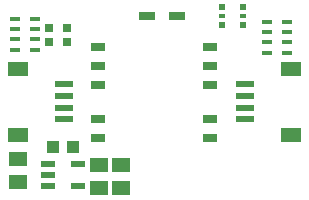
<source format=gbr>
G04 EAGLE Gerber RS-274X export*
G75*
%MOMM*%
%FSLAX34Y34*%
%LPD*%
%INSolderpaste Top*%
%IPPOS*%
%AMOC8*
5,1,8,0,0,1.08239X$1,22.5*%
G01*
%ADD10R,1.500000X1.240000*%
%ADD11R,1.200000X0.550000*%
%ADD12R,1.075000X1.000000*%
%ADD13R,0.900000X0.450000*%
%ADD14R,0.500000X0.500000*%
%ADD15R,0.500000X0.400000*%
%ADD16R,1.550000X0.600000*%
%ADD17R,1.800000X1.200000*%
%ADD18R,0.800000X0.800000*%
%ADD19R,1.200000X0.800000*%
%ADD20R,1.350000X0.800000*%


D10*
X11430Y59080D03*
X11430Y78080D03*
D11*
X36529Y74270D03*
X36529Y64770D03*
X36529Y55270D03*
X62531Y55270D03*
X62531Y74270D03*
D10*
X99060Y54000D03*
X99060Y73000D03*
D12*
X58030Y88900D03*
X41030Y88900D03*
D13*
X222640Y168610D03*
X239640Y168610D03*
X222640Y177610D03*
X222640Y185610D03*
X222640Y194610D03*
X239640Y194610D03*
X239640Y177610D03*
X239640Y185610D03*
D14*
X202040Y191890D03*
D15*
X202040Y199390D03*
D14*
X202040Y206890D03*
X184040Y206890D03*
D15*
X184040Y199390D03*
D14*
X184040Y191890D03*
D16*
X203460Y122000D03*
X203460Y132000D03*
X203460Y112000D03*
X203460Y142000D03*
D17*
X242460Y99000D03*
X242460Y155000D03*
D16*
X50540Y132000D03*
X50540Y122000D03*
X50540Y142000D03*
X50540Y112000D03*
D17*
X11540Y155000D03*
X11540Y99000D03*
D18*
X38220Y177800D03*
X53220Y177800D03*
D19*
X79500Y173120D03*
X79500Y157120D03*
X79500Y141120D03*
X79500Y112120D03*
X79500Y96120D03*
X174500Y173120D03*
X174500Y157120D03*
X174500Y141120D03*
X174500Y112120D03*
X174500Y96120D03*
D20*
X146050Y199390D03*
X120650Y199390D03*
D18*
X38220Y189230D03*
X53220Y189230D03*
D13*
X26280Y197150D03*
X9280Y197150D03*
X26280Y188150D03*
X26280Y180150D03*
X26280Y171150D03*
X9280Y171150D03*
X9280Y188150D03*
X9280Y180150D03*
D10*
X80010Y73000D03*
X80010Y54000D03*
M02*

</source>
